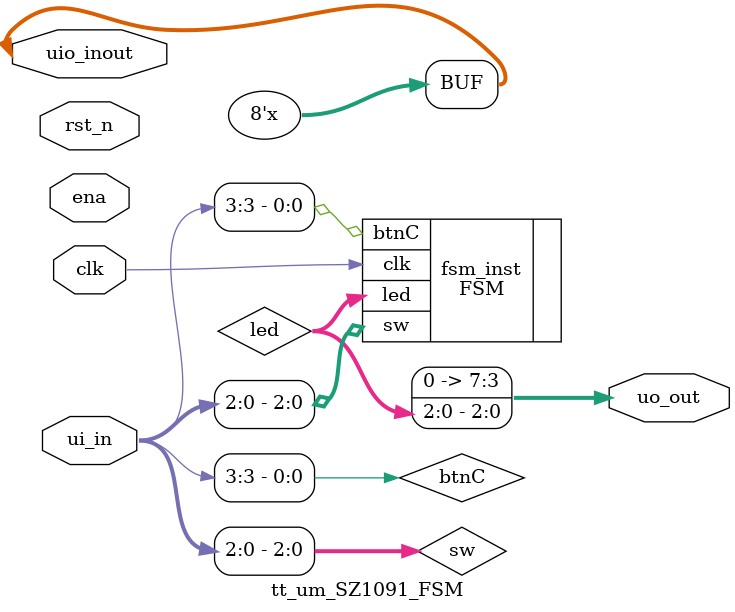
<source format=v>
`timescale 1ns / 1ps

module tt_um_SZ1091_FSM (
    input wire [7:0] ui_in,  // Entradas
    output wire [7:0] uo_out, // Salidas
    inout wire [7:0] uio_inout, // Pines bidireccionales (no usados)
    input wire clk,   // Reloj global
    input wire rst_n, // Reset global activo bajo
    input wire ena    // Señal de habilitación
);

wire btnC = ui_in[3];   // Reset
wire [2:0] sw = ui_in[2:0]; // Señales de entrada
wire reloj;
wire [2:0] led; // Salidas

// Instanciación del módulo FSM
FSM fsm_inst (
    .clk(clk), 
    .btnC(btnC), 
    .sw(sw), 
    .led(led)
);

// Conexión de las salidas
assign uo_out[2:0] = led;
assign uo_out[7:3] = 5'b00000; // No usados
assign uio_inout = 8'bZZZZZZZZ; // Pines bidireccionales no utilizados

endmodule

</source>
